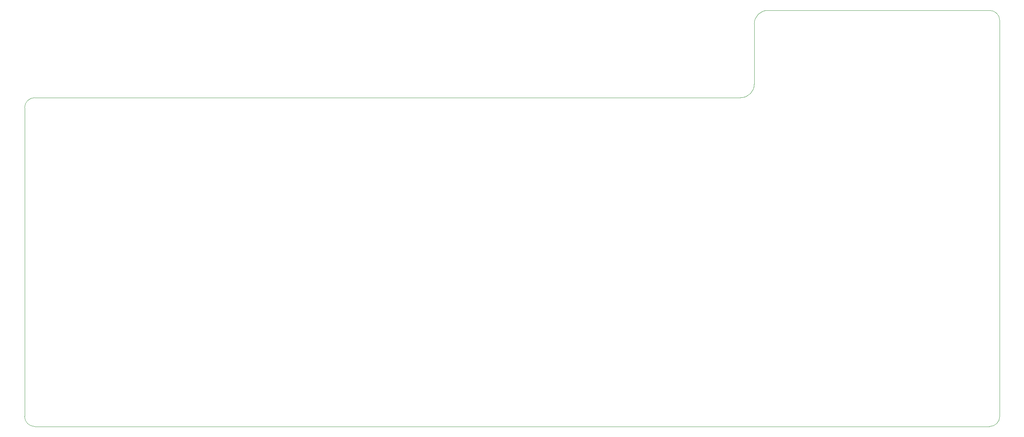
<source format=gm1>
G04 #@! TF.GenerationSoftware,KiCad,Pcbnew,(5.1.10)-1*
G04 #@! TF.CreationDate,2022-01-10T13:39:27-05:00*
G04 #@! TF.ProjectId,40 plate,34302520-706c-4617-9465-2e6b69636164,rev?*
G04 #@! TF.SameCoordinates,Original*
G04 #@! TF.FileFunction,Profile,NP*
%FSLAX46Y46*%
G04 Gerber Fmt 4.6, Leading zero omitted, Abs format (unit mm)*
G04 Created by KiCad (PCBNEW (5.1.10)-1) date 2022-01-10 13:39:27*
%MOMM*%
%LPD*%
G01*
G04 APERTURE LIST*
G04 #@! TA.AperFunction,Profile*
%ADD10C,0.100000*%
G04 #@! TD*
G04 #@! TA.AperFunction,Profile*
%ADD11C,0.050000*%
G04 #@! TD*
G04 APERTURE END LIST*
D10*
X206375000Y-32543750D02*
X258762500Y-32543750D01*
X193675000Y-53181250D02*
X200025000Y-53181250D01*
X203200000Y-35718750D02*
X203200000Y-50006250D01*
X203200000Y-35718750D02*
G75*
G02*
X206375000Y-32543750I3175000J0D01*
G01*
X203200000Y-50006250D02*
G75*
G02*
X200025000Y-53181250I-3175000J0D01*
G01*
X33337500Y-53181250D02*
X193675000Y-53181250D01*
X30956250Y-55562500D02*
X30956250Y-128587500D01*
D11*
X258762500Y-130968750D02*
X33337500Y-130968750D01*
X30956250Y-55562500D02*
G75*
G02*
X33337500Y-53181250I2381250J0D01*
G01*
X261143750Y-128587500D02*
G75*
G02*
X258762500Y-130968750I-2381250J0D01*
G01*
X33337500Y-130968750D02*
G75*
G02*
X30956250Y-128587500I0J2381250D01*
G01*
X261143750Y-34925000D02*
X261143750Y-128587500D01*
X258762500Y-32543750D02*
G75*
G02*
X261143750Y-34925000I0J-2381250D01*
G01*
M02*

</source>
